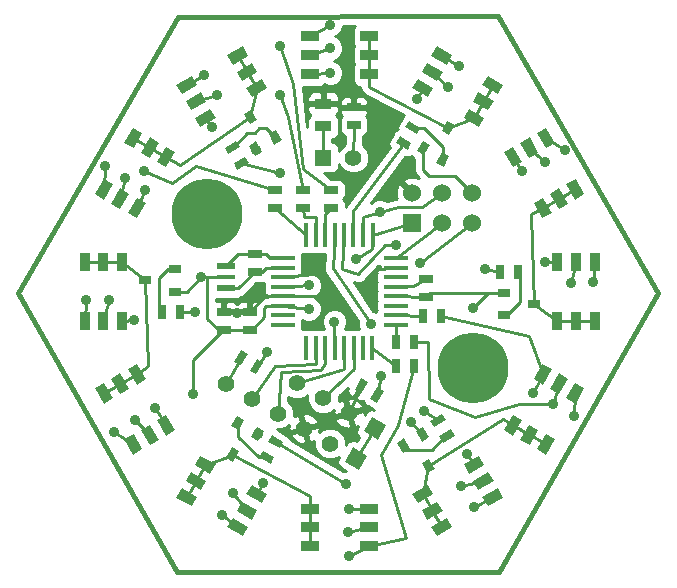
<source format=gbl>
G04 (created by PCBNEW-RS274X (2011-07-08 BZR 3044)-stable) date 5/7/2013 10:27:45 AM*
G01*
G70*
G90*
%MOIN*%
G04 Gerber Fmt 3.4, Leading zero omitted, Abs format*
%FSLAX34Y34*%
G04 APERTURE LIST*
%ADD10C,0.006000*%
%ADD11C,0.015000*%
%ADD12R,0.055000X0.055000*%
%ADD13C,0.055000*%
%ADD14R,0.060000X0.060000*%
%ADD15C,0.060000*%
%ADD16R,0.078700X0.017700*%
%ADD17R,0.017700X0.078700*%
%ADD18R,0.039400X0.027600*%
%ADD19R,0.045000X0.025000*%
%ADD20R,0.025000X0.045000*%
%ADD21R,0.035400X0.059100*%
%ADD22R,0.059100X0.035400*%
%ADD23R,0.055000X0.035000*%
%ADD24C,0.236200*%
%ADD25C,0.023600*%
%ADD26R,0.063000X0.019700*%
%ADD27R,0.063000X0.011800*%
%ADD28C,0.035000*%
%ADD29C,0.010000*%
G04 APERTURE END LIST*
G54D10*
G54D11*
X33980Y-28089D02*
X33972Y-28082D01*
X28661Y-37298D02*
X33980Y-28089D01*
X33965Y-46589D02*
X28661Y-37298D01*
X44697Y-46589D02*
X33965Y-46589D01*
X49996Y-37302D02*
X44697Y-46589D01*
X44646Y-28070D02*
X49996Y-37302D01*
X33972Y-28082D02*
X44646Y-28070D01*
G54D12*
X38831Y-32789D03*
G54D13*
X39831Y-32789D03*
G54D10*
G36*
X40297Y-42718D02*
X40022Y-43195D01*
X39545Y-42920D01*
X39820Y-42443D01*
X40297Y-42718D01*
X40297Y-42718D01*
G37*
G54D13*
X39055Y-42319D03*
X38189Y-41819D03*
X37323Y-41319D03*
X36457Y-40819D03*
X35591Y-40319D03*
G54D10*
G36*
X40927Y-41706D02*
X40652Y-42183D01*
X40175Y-41908D01*
X40450Y-41431D01*
X40927Y-41706D01*
X40927Y-41706D01*
G37*
G54D13*
X39685Y-41307D03*
X38819Y-40807D03*
X37953Y-40307D03*
G54D14*
X41791Y-34958D03*
G54D15*
X41791Y-33958D03*
X42791Y-34958D03*
X42791Y-33958D03*
X43791Y-34958D03*
X43791Y-33958D03*
G54D16*
X37474Y-36145D03*
X37474Y-36460D03*
X37474Y-36775D03*
X37474Y-37090D03*
X37474Y-37405D03*
X37474Y-37720D03*
X37474Y-38035D03*
X37474Y-38350D03*
X41240Y-38348D03*
X41240Y-36138D03*
X41240Y-36458D03*
X41240Y-36778D03*
X41240Y-37088D03*
X41240Y-37408D03*
X41240Y-37718D03*
X41240Y-38038D03*
G54D17*
X38258Y-39138D03*
X38572Y-39138D03*
X38888Y-39138D03*
X39202Y-39138D03*
X39518Y-39138D03*
X39832Y-39138D03*
X40148Y-39138D03*
X40462Y-39138D03*
X38260Y-35358D03*
X38570Y-35358D03*
X38890Y-35358D03*
X39200Y-35358D03*
X39510Y-35358D03*
X39830Y-35358D03*
X40150Y-35358D03*
X40470Y-35358D03*
G54D10*
G36*
X35585Y-42783D02*
X35782Y-42441D01*
X36021Y-42579D01*
X35824Y-42921D01*
X35585Y-42783D01*
X35585Y-42783D01*
G37*
G36*
X36410Y-42104D02*
X36607Y-41762D01*
X36846Y-41900D01*
X36649Y-42242D01*
X36410Y-42104D01*
X36410Y-42104D01*
G37*
G36*
X35760Y-41729D02*
X35957Y-41387D01*
X36196Y-41525D01*
X35999Y-41867D01*
X35760Y-41729D01*
X35760Y-41729D01*
G37*
G54D18*
X32886Y-36874D03*
X33886Y-37249D03*
X33886Y-36499D03*
G54D10*
G36*
X36415Y-31191D02*
X36612Y-31533D01*
X36373Y-31671D01*
X36176Y-31329D01*
X36415Y-31191D01*
X36415Y-31191D01*
G37*
G36*
X36590Y-32245D02*
X36787Y-32587D01*
X36548Y-32725D01*
X36351Y-32383D01*
X36590Y-32245D01*
X36590Y-32245D01*
G37*
G36*
X37240Y-31870D02*
X37437Y-32212D01*
X37198Y-32350D01*
X37001Y-32008D01*
X37240Y-31870D01*
X37240Y-31870D01*
G37*
G36*
X43204Y-31693D02*
X43007Y-32035D01*
X42768Y-31897D01*
X42965Y-31555D01*
X43204Y-31693D01*
X43204Y-31693D01*
G37*
G36*
X42379Y-32372D02*
X42182Y-32714D01*
X41943Y-32576D01*
X42140Y-32234D01*
X42379Y-32372D01*
X42379Y-32372D01*
G37*
G36*
X43029Y-32747D02*
X42832Y-33089D01*
X42593Y-32951D01*
X42790Y-32609D01*
X43029Y-32747D01*
X43029Y-32747D01*
G37*
G54D18*
X45864Y-37661D03*
X44864Y-37286D03*
X44864Y-38036D03*
G54D10*
G36*
X42296Y-43305D02*
X42099Y-42963D01*
X42338Y-42825D01*
X42535Y-43167D01*
X42296Y-43305D01*
X42296Y-43305D01*
G37*
G36*
X42121Y-42251D02*
X41924Y-41909D01*
X42163Y-41771D01*
X42360Y-42113D01*
X42121Y-42251D01*
X42121Y-42251D01*
G37*
G36*
X41471Y-42626D02*
X41274Y-42284D01*
X41513Y-42146D01*
X41710Y-42488D01*
X41471Y-42626D01*
X41471Y-42626D01*
G37*
G36*
X36820Y-39618D02*
X36595Y-40007D01*
X36378Y-39882D01*
X36603Y-39493D01*
X36820Y-39618D01*
X36820Y-39618D01*
G37*
G36*
X36300Y-39318D02*
X36075Y-39707D01*
X35858Y-39582D01*
X36083Y-39193D01*
X36300Y-39318D01*
X36300Y-39318D01*
G37*
G54D19*
X35512Y-37928D03*
X35512Y-38528D03*
X42244Y-36820D03*
X42244Y-37420D03*
G54D10*
G36*
X41672Y-31560D02*
X42061Y-31785D01*
X41936Y-32002D01*
X41547Y-31777D01*
X41672Y-31560D01*
X41672Y-31560D01*
G37*
G36*
X41372Y-32080D02*
X41761Y-32305D01*
X41636Y-32522D01*
X41247Y-32297D01*
X41372Y-32080D01*
X41372Y-32080D01*
G37*
G54D19*
X36535Y-36599D03*
X36535Y-35999D03*
G54D10*
G36*
X40835Y-40563D02*
X40610Y-40952D01*
X40393Y-40827D01*
X40618Y-40438D01*
X40835Y-40563D01*
X40835Y-40563D01*
G37*
G36*
X40315Y-40263D02*
X40090Y-40652D01*
X39873Y-40527D01*
X40098Y-40138D01*
X40315Y-40263D01*
X40315Y-40263D01*
G37*
G54D19*
X39094Y-34467D03*
X39094Y-33867D03*
X38150Y-34467D03*
X38150Y-33867D03*
X37205Y-34467D03*
X37205Y-33867D03*
G54D10*
G36*
X35538Y-32454D02*
X35927Y-32229D01*
X36052Y-32446D01*
X35663Y-32671D01*
X35538Y-32454D01*
X35538Y-32454D01*
G37*
G36*
X35838Y-32974D02*
X36227Y-32749D01*
X36352Y-32966D01*
X35963Y-33191D01*
X35838Y-32974D01*
X35838Y-32974D01*
G37*
G36*
X43202Y-42061D02*
X42813Y-42286D01*
X42688Y-42069D01*
X43077Y-41844D01*
X43202Y-42061D01*
X43202Y-42061D01*
G37*
G36*
X42902Y-41541D02*
X42513Y-41766D01*
X42388Y-41549D01*
X42777Y-41324D01*
X42902Y-41541D01*
X42902Y-41541D01*
G37*
G54D20*
X45300Y-36608D03*
X44700Y-36608D03*
X41235Y-39718D03*
X41835Y-39718D03*
X41235Y-38931D03*
X41835Y-38931D03*
X42141Y-38065D03*
X42741Y-38065D03*
G54D10*
G36*
X37069Y-42995D02*
X36680Y-42770D01*
X36805Y-42553D01*
X37194Y-42778D01*
X37069Y-42995D01*
X37069Y-42995D01*
G37*
G36*
X37369Y-42475D02*
X36980Y-42250D01*
X37105Y-42033D01*
X37494Y-42258D01*
X37369Y-42475D01*
X37369Y-42475D01*
G37*
G54D20*
X33440Y-37947D03*
X34040Y-37947D03*
G54D10*
G36*
X42426Y-45089D02*
X42937Y-44794D01*
X43114Y-45101D01*
X42603Y-45396D01*
X42426Y-45089D01*
X42426Y-45089D01*
G37*
G36*
X42111Y-44543D02*
X42622Y-44248D01*
X42799Y-44555D01*
X42288Y-44850D01*
X42111Y-44543D01*
X42111Y-44543D01*
G37*
G36*
X41796Y-43997D02*
X42307Y-43702D01*
X42484Y-44009D01*
X41973Y-44304D01*
X41796Y-43997D01*
X41796Y-43997D01*
G37*
G36*
X43500Y-43013D02*
X44011Y-42718D01*
X44188Y-43025D01*
X43677Y-43320D01*
X43500Y-43013D01*
X43500Y-43013D01*
G37*
G36*
X43815Y-43559D02*
X44326Y-43264D01*
X44503Y-43571D01*
X43992Y-43866D01*
X43815Y-43559D01*
X43815Y-43559D01*
G37*
G36*
X44130Y-44105D02*
X44641Y-43810D01*
X44818Y-44117D01*
X44307Y-44412D01*
X44130Y-44105D01*
X44130Y-44105D01*
G37*
G36*
X45942Y-42509D02*
X46237Y-41998D01*
X46544Y-42175D01*
X46249Y-42686D01*
X45942Y-42509D01*
X45942Y-42509D01*
G37*
G36*
X45396Y-42194D02*
X45691Y-41683D01*
X45998Y-41860D01*
X45703Y-42371D01*
X45396Y-42194D01*
X45396Y-42194D01*
G37*
G36*
X44850Y-41879D02*
X45145Y-41368D01*
X45452Y-41545D01*
X45157Y-42056D01*
X44850Y-41879D01*
X44850Y-41879D01*
G37*
G36*
X45834Y-40175D02*
X46129Y-39664D01*
X46436Y-39841D01*
X46141Y-40352D01*
X45834Y-40175D01*
X45834Y-40175D01*
G37*
G36*
X46380Y-40490D02*
X46675Y-39979D01*
X46982Y-40156D01*
X46687Y-40667D01*
X46380Y-40490D01*
X46380Y-40490D01*
G37*
G36*
X46926Y-40805D02*
X47221Y-40294D01*
X47528Y-40471D01*
X47233Y-40982D01*
X46926Y-40805D01*
X46926Y-40805D01*
G37*
G54D21*
X47874Y-38222D03*
X47244Y-38222D03*
X46614Y-38222D03*
X46614Y-36254D03*
X47244Y-36254D03*
X47874Y-36254D03*
G54D10*
G36*
X47221Y-34182D02*
X46926Y-33671D01*
X47233Y-33494D01*
X47528Y-34005D01*
X47221Y-34182D01*
X47221Y-34182D01*
G37*
G36*
X46675Y-34497D02*
X46380Y-33986D01*
X46687Y-33809D01*
X46982Y-34320D01*
X46675Y-34497D01*
X46675Y-34497D01*
G37*
G36*
X46129Y-34812D02*
X45834Y-34301D01*
X46141Y-34124D01*
X46436Y-34635D01*
X46129Y-34812D01*
X46129Y-34812D01*
G37*
G36*
X45145Y-33108D02*
X44850Y-32597D01*
X45157Y-32420D01*
X45452Y-32931D01*
X45145Y-33108D01*
X45145Y-33108D01*
G37*
G36*
X45691Y-32793D02*
X45396Y-32282D01*
X45703Y-32105D01*
X45998Y-32616D01*
X45691Y-32793D01*
X45691Y-32793D01*
G37*
G36*
X46237Y-32478D02*
X45942Y-31967D01*
X46249Y-31790D01*
X46544Y-32301D01*
X46237Y-32478D01*
X46237Y-32478D01*
G37*
G36*
X44641Y-30666D02*
X44130Y-30371D01*
X44307Y-30064D01*
X44818Y-30359D01*
X44641Y-30666D01*
X44641Y-30666D01*
G37*
G36*
X44326Y-31212D02*
X43815Y-30917D01*
X43992Y-30610D01*
X44503Y-30905D01*
X44326Y-31212D01*
X44326Y-31212D01*
G37*
G36*
X44011Y-31758D02*
X43500Y-31463D01*
X43677Y-31156D01*
X44188Y-31451D01*
X44011Y-31758D01*
X44011Y-31758D01*
G37*
G36*
X42307Y-30774D02*
X41796Y-30479D01*
X41973Y-30172D01*
X42484Y-30467D01*
X42307Y-30774D01*
X42307Y-30774D01*
G37*
G36*
X42622Y-30228D02*
X42111Y-29933D01*
X42288Y-29626D01*
X42799Y-29921D01*
X42622Y-30228D01*
X42622Y-30228D01*
G37*
G36*
X42937Y-29682D02*
X42426Y-29387D01*
X42603Y-29080D01*
X43114Y-29375D01*
X42937Y-29682D01*
X42937Y-29682D01*
G37*
G54D22*
X40354Y-28734D03*
X40354Y-29364D03*
X40354Y-29994D03*
X38386Y-29994D03*
X38386Y-29364D03*
X38386Y-28734D03*
G54D10*
G36*
X36314Y-29387D02*
X35803Y-29682D01*
X35626Y-29375D01*
X36137Y-29080D01*
X36314Y-29387D01*
X36314Y-29387D01*
G37*
G36*
X36629Y-29933D02*
X36118Y-30228D01*
X35941Y-29921D01*
X36452Y-29626D01*
X36629Y-29933D01*
X36629Y-29933D01*
G37*
G36*
X36944Y-30479D02*
X36433Y-30774D01*
X36256Y-30467D01*
X36767Y-30172D01*
X36944Y-30479D01*
X36944Y-30479D01*
G37*
G36*
X35240Y-31463D02*
X34729Y-31758D01*
X34552Y-31451D01*
X35063Y-31156D01*
X35240Y-31463D01*
X35240Y-31463D01*
G37*
G36*
X34925Y-30917D02*
X34414Y-31212D01*
X34237Y-30905D01*
X34748Y-30610D01*
X34925Y-30917D01*
X34925Y-30917D01*
G37*
G36*
X34610Y-30371D02*
X34099Y-30666D01*
X33922Y-30359D01*
X34433Y-30064D01*
X34610Y-30371D01*
X34610Y-30371D01*
G37*
G36*
X32798Y-31967D02*
X32503Y-32478D01*
X32196Y-32301D01*
X32491Y-31790D01*
X32798Y-31967D01*
X32798Y-31967D01*
G37*
G36*
X33344Y-32282D02*
X33049Y-32793D01*
X32742Y-32616D01*
X33037Y-32105D01*
X33344Y-32282D01*
X33344Y-32282D01*
G37*
G36*
X33890Y-32597D02*
X33595Y-33108D01*
X33288Y-32931D01*
X33583Y-32420D01*
X33890Y-32597D01*
X33890Y-32597D01*
G37*
G36*
X32906Y-34301D02*
X32611Y-34812D01*
X32304Y-34635D01*
X32599Y-34124D01*
X32906Y-34301D01*
X32906Y-34301D01*
G37*
G36*
X32360Y-33986D02*
X32065Y-34497D01*
X31758Y-34320D01*
X32053Y-33809D01*
X32360Y-33986D01*
X32360Y-33986D01*
G37*
G36*
X31814Y-33671D02*
X31519Y-34182D01*
X31212Y-34005D01*
X31507Y-33494D01*
X31814Y-33671D01*
X31814Y-33671D01*
G37*
G54D21*
X30866Y-36254D03*
X31496Y-36254D03*
X32126Y-36254D03*
X32126Y-38222D03*
X31496Y-38222D03*
X30866Y-38222D03*
G54D10*
G36*
X31519Y-40294D02*
X31814Y-40805D01*
X31507Y-40982D01*
X31212Y-40471D01*
X31519Y-40294D01*
X31519Y-40294D01*
G37*
G36*
X32065Y-39979D02*
X32360Y-40490D01*
X32053Y-40667D01*
X31758Y-40156D01*
X32065Y-39979D01*
X32065Y-39979D01*
G37*
G36*
X32611Y-39664D02*
X32906Y-40175D01*
X32599Y-40352D01*
X32304Y-39841D01*
X32611Y-39664D01*
X32611Y-39664D01*
G37*
G36*
X33595Y-41368D02*
X33890Y-41879D01*
X33583Y-42056D01*
X33288Y-41545D01*
X33595Y-41368D01*
X33595Y-41368D01*
G37*
G36*
X33049Y-41683D02*
X33344Y-42194D01*
X33037Y-42371D01*
X32742Y-41860D01*
X33049Y-41683D01*
X33049Y-41683D01*
G37*
G36*
X32503Y-41998D02*
X32798Y-42509D01*
X32491Y-42686D01*
X32196Y-42175D01*
X32503Y-41998D01*
X32503Y-41998D01*
G37*
G36*
X34099Y-43810D02*
X34610Y-44105D01*
X34433Y-44412D01*
X33922Y-44117D01*
X34099Y-43810D01*
X34099Y-43810D01*
G37*
G36*
X34414Y-43264D02*
X34925Y-43559D01*
X34748Y-43866D01*
X34237Y-43571D01*
X34414Y-43264D01*
X34414Y-43264D01*
G37*
G36*
X34729Y-42718D02*
X35240Y-43013D01*
X35063Y-43320D01*
X34552Y-43025D01*
X34729Y-42718D01*
X34729Y-42718D01*
G37*
G36*
X36433Y-43702D02*
X36944Y-43997D01*
X36767Y-44304D01*
X36256Y-44009D01*
X36433Y-43702D01*
X36433Y-43702D01*
G37*
G36*
X36118Y-44248D02*
X36629Y-44543D01*
X36452Y-44850D01*
X35941Y-44555D01*
X36118Y-44248D01*
X36118Y-44248D01*
G37*
G36*
X35803Y-44794D02*
X36314Y-45089D01*
X36137Y-45396D01*
X35626Y-45101D01*
X35803Y-44794D01*
X35803Y-44794D01*
G37*
G54D22*
X38386Y-45742D03*
X38386Y-45112D03*
X38386Y-44482D03*
X40354Y-44482D03*
X40354Y-45112D03*
X40354Y-45742D03*
G54D23*
X38819Y-30997D03*
X38819Y-31747D03*
G54D19*
X36378Y-37928D03*
X36378Y-38528D03*
G54D24*
X43803Y-39797D03*
G54D25*
X43803Y-38911D03*
X43803Y-40683D03*
X44571Y-39354D03*
X44571Y-40240D03*
X43035Y-39354D03*
X43035Y-40240D03*
G54D24*
X34937Y-34679D03*
G54D25*
X34937Y-33793D03*
X34937Y-35565D03*
X35705Y-34236D03*
X35705Y-35122D03*
X34169Y-34236D03*
X34169Y-35122D03*
G54D19*
X39843Y-31711D03*
X39843Y-31111D03*
G54D26*
X35591Y-37146D03*
X35591Y-36398D03*
G54D27*
X35591Y-36772D03*
G54D28*
X37374Y-29073D03*
X43846Y-44423D03*
X34850Y-30037D03*
X47823Y-36943D03*
X35441Y-44699D03*
X43343Y-29742D03*
X30913Y-37533D03*
X46882Y-32525D03*
X39043Y-28360D03*
X31543Y-33077D03*
X31839Y-41919D03*
X47193Y-41403D03*
X39669Y-46049D03*
X37394Y-33293D03*
X40713Y-34592D03*
X39906Y-36175D03*
X34551Y-37919D03*
X39587Y-43655D03*
X42177Y-41226D03*
X40409Y-38317D03*
X41252Y-35695D03*
X44205Y-36514D03*
X35126Y-31777D03*
X36827Y-43639D03*
X46205Y-36269D03*
X43630Y-42659D03*
X37386Y-30683D03*
X32531Y-38210D03*
X41949Y-30828D03*
X39059Y-29962D03*
X45449Y-33218D03*
X45823Y-40620D03*
X33220Y-41147D03*
X32898Y-33860D03*
X39669Y-44510D03*
X47067Y-36974D03*
X43406Y-43730D03*
X32850Y-33226D03*
X35819Y-43966D03*
X35268Y-30706D03*
X42992Y-30431D03*
X31681Y-37517D03*
X39650Y-45254D03*
X39059Y-29136D03*
X46220Y-32927D03*
X32543Y-41525D03*
X32220Y-33458D03*
X46488Y-41010D03*
X40732Y-40065D03*
X42043Y-36289D03*
X39193Y-38250D03*
X36961Y-39250D03*
X36575Y-32520D03*
X36654Y-42008D03*
X34488Y-40669D03*
X34764Y-36772D03*
X41732Y-41614D03*
X43819Y-37795D03*
X38346Y-37041D03*
X38346Y-37828D03*
X35945Y-37953D03*
X40469Y-31116D03*
X38937Y-37395D03*
X40441Y-36931D03*
G54D29*
X42141Y-38065D02*
X41240Y-38038D01*
X41240Y-38348D02*
X41235Y-38931D01*
X41235Y-39718D02*
X40462Y-39138D01*
X43343Y-29742D02*
X42770Y-29381D01*
X39094Y-33867D02*
X38157Y-33167D01*
X47874Y-36254D02*
X47823Y-36943D01*
X30913Y-37533D02*
X30866Y-38222D01*
X35441Y-44699D02*
X35970Y-45095D01*
X38157Y-33167D02*
X37827Y-30332D01*
X43846Y-44423D02*
X44474Y-44111D01*
X37827Y-30332D02*
X37374Y-29073D01*
X34850Y-30037D02*
X34266Y-30365D01*
X31543Y-33077D02*
X31513Y-33838D01*
X41587Y-45451D02*
X40354Y-45742D01*
X40760Y-42695D02*
X41587Y-45451D01*
X41327Y-41706D02*
X40760Y-42695D01*
X39043Y-28360D02*
X38386Y-28734D01*
X46243Y-32134D02*
X46882Y-32525D01*
X41835Y-39718D02*
X41327Y-41706D01*
X31839Y-41919D02*
X32497Y-42342D01*
X39669Y-46049D02*
X40354Y-45742D01*
X47193Y-41403D02*
X47227Y-40638D01*
X41504Y-32301D02*
X39831Y-34577D01*
X39831Y-34577D02*
X39830Y-35358D01*
X40713Y-34592D02*
X40716Y-34604D01*
X36095Y-32970D02*
X37394Y-33293D01*
X42791Y-33958D02*
X42126Y-34443D01*
X42126Y-34443D02*
X41299Y-34443D01*
X40157Y-34758D02*
X40150Y-35358D01*
X40716Y-34604D02*
X40157Y-34758D01*
X41299Y-34443D02*
X40716Y-34604D01*
X41791Y-34958D02*
X40470Y-35358D01*
X40470Y-35358D02*
X40465Y-35825D01*
X40465Y-35825D02*
X39906Y-36175D01*
X34551Y-37919D02*
X34040Y-37947D01*
X42791Y-34958D02*
X41240Y-36138D01*
X37237Y-42254D02*
X39587Y-43655D01*
X37205Y-34467D02*
X38260Y-35358D01*
X38189Y-34758D02*
X38583Y-34758D01*
X38150Y-34467D02*
X38189Y-34758D01*
X38583Y-34758D02*
X38570Y-35358D01*
X39094Y-34467D02*
X38898Y-34679D01*
X38898Y-34679D02*
X38890Y-35358D01*
X39146Y-36466D02*
X40409Y-38317D01*
X42177Y-41226D02*
X42645Y-41545D01*
X39200Y-35358D02*
X39146Y-36466D01*
X39465Y-36506D02*
X39988Y-36679D01*
X40898Y-35687D02*
X41252Y-35695D01*
X44205Y-36514D02*
X44700Y-36608D01*
X39988Y-36679D02*
X40898Y-35687D01*
X39510Y-35358D02*
X39465Y-36506D01*
X35591Y-40319D02*
X36079Y-39450D01*
X38150Y-33867D02*
X37638Y-31439D01*
X41949Y-30828D02*
X42140Y-30473D01*
X32531Y-38210D02*
X32126Y-38222D01*
X43844Y-43019D02*
X43630Y-42659D01*
X46205Y-36269D02*
X46614Y-36254D01*
X36827Y-43639D02*
X36600Y-44003D01*
X37638Y-31439D02*
X37386Y-30683D01*
X35126Y-31777D02*
X34896Y-31457D01*
X40354Y-44482D02*
X39669Y-44510D01*
X32898Y-33860D02*
X32605Y-34468D01*
X39059Y-29962D02*
X38386Y-29994D01*
X45449Y-33218D02*
X45151Y-32764D01*
X42741Y-38065D02*
X45669Y-38746D01*
X45669Y-38746D02*
X46135Y-40008D01*
X33220Y-41147D02*
X33589Y-41712D01*
X45823Y-40620D02*
X46135Y-40008D01*
X31681Y-37517D02*
X31496Y-38222D01*
X47244Y-36254D02*
X47067Y-36974D01*
X43406Y-43730D02*
X44159Y-43565D01*
X34567Y-33080D02*
X33795Y-33643D01*
X36285Y-44549D02*
X35819Y-43966D01*
X37205Y-33867D02*
X34567Y-33080D01*
X33795Y-33643D02*
X32850Y-33226D01*
X35268Y-30706D02*
X34581Y-30911D01*
X42992Y-30431D02*
X42455Y-29927D01*
X39650Y-45254D02*
X40354Y-45112D01*
X42323Y-38927D02*
X42343Y-40832D01*
X45339Y-40998D02*
X46488Y-41010D01*
X42343Y-40832D02*
X43870Y-41435D01*
X43870Y-41435D02*
X45339Y-40998D01*
X45697Y-32449D02*
X46220Y-32927D01*
X46488Y-41010D02*
X46681Y-40323D01*
X32543Y-41525D02*
X33043Y-42027D01*
X41835Y-38931D02*
X42323Y-38927D01*
X32220Y-33458D02*
X32059Y-34153D01*
X39059Y-29136D02*
X38386Y-29364D01*
X39202Y-39138D02*
X39193Y-38250D01*
X36961Y-39250D02*
X36599Y-39750D01*
X42043Y-36289D02*
X43791Y-34958D01*
X40732Y-40065D02*
X40614Y-40695D01*
X37402Y-39915D02*
X38740Y-39876D01*
X38740Y-39876D02*
X38898Y-39639D01*
X38898Y-39639D02*
X38888Y-39138D01*
X37323Y-41319D02*
X37402Y-39915D01*
X37953Y-40307D02*
X39528Y-39836D01*
X39528Y-39836D02*
X39518Y-39138D01*
X38819Y-40807D02*
X39843Y-39836D01*
X39843Y-39836D02*
X39832Y-39138D01*
X38583Y-39679D02*
X37205Y-39718D01*
X38572Y-39138D02*
X38583Y-39679D01*
X37205Y-39718D02*
X36457Y-40819D01*
X36569Y-32514D02*
X36569Y-32485D01*
X36575Y-32520D02*
X36569Y-32514D01*
X35512Y-38528D02*
X35488Y-38528D01*
X36648Y-42002D02*
X36628Y-42002D01*
X36654Y-42008D02*
X36648Y-42002D01*
X34488Y-39528D02*
X34488Y-40669D01*
X35488Y-38528D02*
X34488Y-39528D01*
X36378Y-38528D02*
X36433Y-38528D01*
X36926Y-37720D02*
X37474Y-37720D01*
X36850Y-37796D02*
X36926Y-37720D01*
X36850Y-38111D02*
X36850Y-37796D01*
X36433Y-38528D02*
X36850Y-38111D01*
X36378Y-38528D02*
X35512Y-38528D01*
X35512Y-38528D02*
X35339Y-38528D01*
X34961Y-38150D02*
X34961Y-36772D01*
X35339Y-38528D02*
X34961Y-38150D01*
X33886Y-37249D02*
X34287Y-37249D01*
X34287Y-37249D02*
X34764Y-36772D01*
X34764Y-36772D02*
X34961Y-36772D01*
X34961Y-36772D02*
X35591Y-36772D01*
X42142Y-42011D02*
X42129Y-42011D01*
X42129Y-42011D02*
X41732Y-41614D01*
X44864Y-37286D02*
X44328Y-37286D01*
X44328Y-37286D02*
X43819Y-37795D01*
X44864Y-37286D02*
X42378Y-37286D01*
X42378Y-37286D02*
X42244Y-37420D01*
X42161Y-32474D02*
X42161Y-33194D01*
X42161Y-33194D02*
X42353Y-33386D01*
X42353Y-33386D02*
X43219Y-33386D01*
X43219Y-33386D02*
X43791Y-33958D01*
X40551Y-41807D02*
X39921Y-42819D01*
X38346Y-37041D02*
X37474Y-37090D01*
X37474Y-37720D02*
X38346Y-37828D01*
X42244Y-37420D02*
X41240Y-37408D01*
X39843Y-31711D02*
X39831Y-32789D01*
X33886Y-36499D02*
X33658Y-36499D01*
X33346Y-37853D02*
X33440Y-37947D01*
X33346Y-36811D02*
X33346Y-37853D01*
X33658Y-36499D02*
X33346Y-36811D01*
X32992Y-39718D02*
X32605Y-40008D01*
X31496Y-36254D02*
X32126Y-36254D01*
X32059Y-40323D02*
X31513Y-40638D01*
X32886Y-36874D02*
X32992Y-39718D01*
X30866Y-36254D02*
X32126Y-36254D01*
X31513Y-40638D02*
X32605Y-40008D01*
X32126Y-36254D02*
X32886Y-36874D01*
X43844Y-31457D02*
X44474Y-30365D01*
X44159Y-30911D02*
X43844Y-31457D01*
X40354Y-29994D02*
X40354Y-28734D01*
X40354Y-30427D02*
X40354Y-29994D01*
X40354Y-29364D02*
X40354Y-28734D01*
X42986Y-31795D02*
X43844Y-31457D01*
X42986Y-31795D02*
X40354Y-30427D01*
X35803Y-42681D02*
X38386Y-44049D01*
X34266Y-44111D02*
X34896Y-43019D01*
X34581Y-43565D02*
X34266Y-44111D01*
X38386Y-44049D02*
X38386Y-44482D01*
X34896Y-43019D02*
X35803Y-42681D01*
X38386Y-45742D02*
X38386Y-44482D01*
X38386Y-45112D02*
X38386Y-45742D01*
X36937Y-42774D02*
X36671Y-42774D01*
X35978Y-42081D02*
X35978Y-41627D01*
X36671Y-42774D02*
X35978Y-42081D01*
X38831Y-32789D02*
X38819Y-31747D01*
X41811Y-37080D02*
X42244Y-36820D01*
X41240Y-37088D02*
X41811Y-37080D01*
X41626Y-42520D02*
X41492Y-42386D01*
X42441Y-42520D02*
X41626Y-42520D01*
X42896Y-42065D02*
X42441Y-42520D01*
X42945Y-42065D02*
X42896Y-42065D01*
X42455Y-44549D02*
X42770Y-45095D01*
X42140Y-44003D02*
X42317Y-43065D01*
X42317Y-43065D02*
X44803Y-41490D01*
X46243Y-42342D02*
X45151Y-41712D01*
X45151Y-41712D02*
X45697Y-42027D01*
X42770Y-45095D02*
X42140Y-44003D01*
X44803Y-41490D02*
X45151Y-41712D01*
X35795Y-32450D02*
X35817Y-32450D01*
X36920Y-31811D02*
X37219Y-32110D01*
X36693Y-31811D02*
X36920Y-31811D01*
X36535Y-31969D02*
X36693Y-31811D01*
X36298Y-31969D02*
X36535Y-31969D01*
X35817Y-32450D02*
X36298Y-31969D01*
X42175Y-31781D02*
X42811Y-32417D01*
X41804Y-31781D02*
X42175Y-31781D01*
X42811Y-32417D02*
X42811Y-32849D01*
X45394Y-36702D02*
X45300Y-36608D01*
X45394Y-37598D02*
X45394Y-36702D01*
X44956Y-38036D02*
X45394Y-37598D01*
X44864Y-38036D02*
X44956Y-38036D01*
X47244Y-38222D02*
X47874Y-38222D01*
X46614Y-38222D02*
X45864Y-37661D01*
X45864Y-37661D02*
X45748Y-34679D01*
X45748Y-34679D02*
X46135Y-34468D01*
X46681Y-34153D02*
X47227Y-33838D01*
X46614Y-38222D02*
X47874Y-38222D01*
X46135Y-34468D02*
X47227Y-33838D01*
X34055Y-33025D02*
X33589Y-32764D01*
X33043Y-32449D02*
X33589Y-32764D01*
X32497Y-32134D02*
X33589Y-32764D01*
X36600Y-30473D02*
X36394Y-31431D01*
X35970Y-29381D02*
X36600Y-30473D01*
X36285Y-29927D02*
X36600Y-30473D01*
X36394Y-31431D02*
X34055Y-33025D01*
X37051Y-36145D02*
X36905Y-35999D01*
X36535Y-35999D02*
X35990Y-35999D01*
X36905Y-35999D02*
X36535Y-35999D01*
X35990Y-35999D02*
X35591Y-36398D01*
X37474Y-36145D02*
X37051Y-36145D01*
X36926Y-36460D02*
X37474Y-36460D01*
X35988Y-37146D02*
X36535Y-36599D01*
X36787Y-36599D02*
X36926Y-36460D01*
X35591Y-37146D02*
X35988Y-37146D01*
X36535Y-36599D02*
X36787Y-36599D01*
X35945Y-37953D02*
X35537Y-37953D01*
X35537Y-37953D02*
X35512Y-37928D01*
X35970Y-37928D02*
X36378Y-37928D01*
X35945Y-37953D02*
X35970Y-37928D01*
X36378Y-37928D02*
X36890Y-37395D01*
X36890Y-37395D02*
X37474Y-37405D01*
X38819Y-36647D02*
X38937Y-37395D01*
X38933Y-37395D02*
X37474Y-37405D01*
X37474Y-36775D02*
X38819Y-36647D01*
X40469Y-31116D02*
X39843Y-31111D01*
X39685Y-41307D02*
X38189Y-41819D01*
X40559Y-36506D02*
X41240Y-36458D01*
X40441Y-36931D02*
X40559Y-36506D01*
X40094Y-40395D02*
X39685Y-41307D01*
X38819Y-30997D02*
X39843Y-31111D01*
X38933Y-37395D02*
X38937Y-37395D01*
G54D10*
G36*
X36978Y-37405D02*
X36942Y-37420D01*
X36926Y-37420D01*
X36811Y-37443D01*
X36714Y-37508D01*
X36663Y-37558D01*
X36653Y-37554D01*
X36554Y-37554D01*
X36490Y-37553D01*
X36428Y-37615D01*
X36428Y-37828D01*
X36428Y-37878D01*
X36428Y-37978D01*
X36328Y-37978D01*
X36328Y-37878D01*
X36328Y-37615D01*
X36266Y-37553D01*
X36202Y-37554D01*
X36103Y-37554D01*
X36012Y-37592D01*
X35945Y-37659D01*
X35878Y-37592D01*
X35787Y-37554D01*
X35688Y-37554D01*
X35624Y-37553D01*
X35562Y-37615D01*
X35562Y-37878D01*
X35925Y-37878D01*
X35945Y-37858D01*
X35965Y-37878D01*
X36328Y-37878D01*
X36328Y-37978D01*
X36278Y-37978D01*
X35965Y-37978D01*
X35945Y-37998D01*
X35925Y-37978D01*
X35612Y-37978D01*
X35562Y-37978D01*
X35462Y-37978D01*
X35462Y-37878D01*
X35462Y-37828D01*
X35462Y-37615D01*
X35400Y-37553D01*
X35336Y-37554D01*
X35261Y-37554D01*
X35261Y-37493D01*
X35325Y-37493D01*
X35955Y-37493D01*
X36047Y-37455D01*
X36073Y-37429D01*
X36103Y-37423D01*
X36200Y-37358D01*
X36585Y-36973D01*
X36809Y-36973D01*
X36832Y-36963D01*
X36832Y-37051D01*
X36832Y-37227D01*
X36840Y-37247D01*
X36832Y-37267D01*
X36832Y-37300D01*
X36893Y-37361D01*
X36912Y-37361D01*
X36940Y-37389D01*
X36978Y-37405D01*
X36978Y-37405D01*
G37*
G54D29*
X36978Y-37405D02*
X36942Y-37420D01*
X36926Y-37420D01*
X36811Y-37443D01*
X36714Y-37508D01*
X36663Y-37558D01*
X36653Y-37554D01*
X36554Y-37554D01*
X36490Y-37553D01*
X36428Y-37615D01*
X36428Y-37828D01*
X36428Y-37878D01*
X36428Y-37978D01*
X36328Y-37978D01*
X36328Y-37878D01*
X36328Y-37615D01*
X36266Y-37553D01*
X36202Y-37554D01*
X36103Y-37554D01*
X36012Y-37592D01*
X35945Y-37659D01*
X35878Y-37592D01*
X35787Y-37554D01*
X35688Y-37554D01*
X35624Y-37553D01*
X35562Y-37615D01*
X35562Y-37878D01*
X35925Y-37878D01*
X35945Y-37858D01*
X35965Y-37878D01*
X36328Y-37878D01*
X36328Y-37978D01*
X36278Y-37978D01*
X35965Y-37978D01*
X35945Y-37998D01*
X35925Y-37978D01*
X35612Y-37978D01*
X35562Y-37978D01*
X35462Y-37978D01*
X35462Y-37878D01*
X35462Y-37828D01*
X35462Y-37615D01*
X35400Y-37553D01*
X35336Y-37554D01*
X35261Y-37554D01*
X35261Y-37493D01*
X35325Y-37493D01*
X35955Y-37493D01*
X36047Y-37455D01*
X36073Y-37429D01*
X36103Y-37423D01*
X36200Y-37358D01*
X36585Y-36973D01*
X36809Y-36973D01*
X36832Y-36963D01*
X36832Y-37051D01*
X36832Y-37227D01*
X36840Y-37247D01*
X36832Y-37267D01*
X36832Y-37300D01*
X36893Y-37361D01*
X36912Y-37361D01*
X36940Y-37389D01*
X36978Y-37405D01*
G54D10*
G36*
X40022Y-38496D02*
X40011Y-38496D01*
X39990Y-38504D01*
X39970Y-38496D01*
X39871Y-38496D01*
X39695Y-38496D01*
X39675Y-38504D01*
X39656Y-38496D01*
X39557Y-38496D01*
X39548Y-38496D01*
X39553Y-38491D01*
X39618Y-38335D01*
X39618Y-38166D01*
X39554Y-38010D01*
X39434Y-37890D01*
X39278Y-37825D01*
X39109Y-37825D01*
X38953Y-37889D01*
X38833Y-38009D01*
X38768Y-38165D01*
X38768Y-38334D01*
X38832Y-38490D01*
X38838Y-38496D01*
X38751Y-38496D01*
X38730Y-38504D01*
X38710Y-38496D01*
X38611Y-38496D01*
X38435Y-38496D01*
X38415Y-38504D01*
X38396Y-38496D01*
X38297Y-38496D01*
X38121Y-38496D01*
X38110Y-38500D01*
X38116Y-38488D01*
X38116Y-38389D01*
X38116Y-38213D01*
X38107Y-38192D01*
X38109Y-38189D01*
X38261Y-38253D01*
X38430Y-38253D01*
X38586Y-38189D01*
X38706Y-38069D01*
X38771Y-37913D01*
X38771Y-37744D01*
X38707Y-37588D01*
X38587Y-37468D01*
X38506Y-37434D01*
X38586Y-37402D01*
X38706Y-37282D01*
X38771Y-37126D01*
X38771Y-36957D01*
X38707Y-36801D01*
X38587Y-36681D01*
X38431Y-36616D01*
X38262Y-36616D01*
X38116Y-36675D01*
X38111Y-36675D01*
X38116Y-36670D01*
X38116Y-36637D01*
X38107Y-36617D01*
X38116Y-36598D01*
X38116Y-36499D01*
X38116Y-36323D01*
X38107Y-36302D01*
X38116Y-36283D01*
X38116Y-36184D01*
X38116Y-36008D01*
X38110Y-35995D01*
X38122Y-36000D01*
X38221Y-36000D01*
X38397Y-36000D01*
X38414Y-35992D01*
X38432Y-36000D01*
X38531Y-36000D01*
X38707Y-36000D01*
X38729Y-35990D01*
X38752Y-36000D01*
X38851Y-36000D01*
X38868Y-36000D01*
X38846Y-36451D01*
X38851Y-36487D01*
X38852Y-36527D01*
X38861Y-36548D01*
X38864Y-36567D01*
X38881Y-36595D01*
X38898Y-36635D01*
X39985Y-38229D01*
X39984Y-38232D01*
X39984Y-38401D01*
X40022Y-38496D01*
X40022Y-38496D01*
G37*
G54D29*
X40022Y-38496D02*
X40011Y-38496D01*
X39990Y-38504D01*
X39970Y-38496D01*
X39871Y-38496D01*
X39695Y-38496D01*
X39675Y-38504D01*
X39656Y-38496D01*
X39557Y-38496D01*
X39548Y-38496D01*
X39553Y-38491D01*
X39618Y-38335D01*
X39618Y-38166D01*
X39554Y-38010D01*
X39434Y-37890D01*
X39278Y-37825D01*
X39109Y-37825D01*
X38953Y-37889D01*
X38833Y-38009D01*
X38768Y-38165D01*
X38768Y-38334D01*
X38832Y-38490D01*
X38838Y-38496D01*
X38751Y-38496D01*
X38730Y-38504D01*
X38710Y-38496D01*
X38611Y-38496D01*
X38435Y-38496D01*
X38415Y-38504D01*
X38396Y-38496D01*
X38297Y-38496D01*
X38121Y-38496D01*
X38110Y-38500D01*
X38116Y-38488D01*
X38116Y-38389D01*
X38116Y-38213D01*
X38107Y-38192D01*
X38109Y-38189D01*
X38261Y-38253D01*
X38430Y-38253D01*
X38586Y-38189D01*
X38706Y-38069D01*
X38771Y-37913D01*
X38771Y-37744D01*
X38707Y-37588D01*
X38587Y-37468D01*
X38506Y-37434D01*
X38586Y-37402D01*
X38706Y-37282D01*
X38771Y-37126D01*
X38771Y-36957D01*
X38707Y-36801D01*
X38587Y-36681D01*
X38431Y-36616D01*
X38262Y-36616D01*
X38116Y-36675D01*
X38111Y-36675D01*
X38116Y-36670D01*
X38116Y-36637D01*
X38107Y-36617D01*
X38116Y-36598D01*
X38116Y-36499D01*
X38116Y-36323D01*
X38107Y-36302D01*
X38116Y-36283D01*
X38116Y-36184D01*
X38116Y-36008D01*
X38110Y-35995D01*
X38122Y-36000D01*
X38221Y-36000D01*
X38397Y-36000D01*
X38414Y-35992D01*
X38432Y-36000D01*
X38531Y-36000D01*
X38707Y-36000D01*
X38729Y-35990D01*
X38752Y-36000D01*
X38851Y-36000D01*
X38868Y-36000D01*
X38846Y-36451D01*
X38851Y-36487D01*
X38852Y-36527D01*
X38861Y-36548D01*
X38864Y-36567D01*
X38881Y-36595D01*
X38898Y-36635D01*
X39985Y-38229D01*
X39984Y-38232D01*
X39984Y-38401D01*
X40022Y-38496D01*
G54D10*
G36*
X40524Y-41190D02*
X40434Y-41178D01*
X40338Y-41204D01*
X40260Y-41264D01*
X40210Y-41349D01*
X40201Y-41363D01*
X40210Y-41302D01*
X40142Y-41236D01*
X39836Y-41317D01*
X39791Y-41272D01*
X39659Y-41403D01*
X39650Y-41368D01*
X39254Y-41474D01*
X39228Y-41565D01*
X39362Y-41720D01*
X39544Y-41812D01*
X39690Y-41832D01*
X39756Y-41764D01*
X39666Y-41429D01*
X39807Y-41570D01*
X39852Y-41738D01*
X39943Y-41764D01*
X39973Y-41736D01*
X39981Y-41744D01*
X39935Y-41826D01*
X39922Y-41924D01*
X39948Y-42020D01*
X40008Y-42098D01*
X40013Y-42101D01*
X39937Y-42223D01*
X39902Y-42203D01*
X39804Y-42190D01*
X39756Y-42203D01*
X39708Y-42216D01*
X39630Y-42276D01*
X39580Y-42361D01*
X39580Y-42215D01*
X39500Y-42022D01*
X39353Y-41874D01*
X39160Y-41794D01*
X38951Y-41794D01*
X38758Y-41874D01*
X38697Y-41934D01*
X38714Y-41814D01*
X38646Y-41748D01*
X38340Y-41829D01*
X38295Y-41784D01*
X38163Y-41915D01*
X38154Y-41880D01*
X37758Y-41986D01*
X37732Y-42077D01*
X37866Y-42232D01*
X38048Y-42324D01*
X38194Y-42344D01*
X38260Y-42276D01*
X38170Y-41941D01*
X38311Y-42082D01*
X38356Y-42250D01*
X38447Y-42276D01*
X38477Y-42248D01*
X38496Y-42267D01*
X38530Y-42233D01*
X38530Y-42423D01*
X38610Y-42616D01*
X38757Y-42764D01*
X38950Y-42844D01*
X39159Y-42844D01*
X39346Y-42766D01*
X39305Y-42838D01*
X39292Y-42936D01*
X39318Y-43032D01*
X39378Y-43110D01*
X39463Y-43160D01*
X39584Y-43230D01*
X39503Y-43230D01*
X39477Y-43240D01*
X38260Y-42513D01*
X37737Y-42202D01*
X37722Y-42146D01*
X37662Y-42068D01*
X37576Y-42018D01*
X37275Y-41844D01*
X37427Y-41844D01*
X37620Y-41764D01*
X37680Y-41703D01*
X37664Y-41824D01*
X37732Y-41890D01*
X38037Y-41808D01*
X38083Y-41854D01*
X38214Y-41722D01*
X38224Y-41758D01*
X38620Y-41652D01*
X38646Y-41561D01*
X38512Y-41406D01*
X38330Y-41314D01*
X38184Y-41294D01*
X38118Y-41362D01*
X38207Y-41696D01*
X38066Y-41555D01*
X38022Y-41388D01*
X37931Y-41362D01*
X37899Y-41388D01*
X37882Y-41371D01*
X37848Y-41405D01*
X37848Y-41215D01*
X37768Y-41022D01*
X37647Y-40900D01*
X37655Y-40752D01*
X37848Y-40832D01*
X38057Y-40832D01*
X38250Y-40752D01*
X38294Y-40708D01*
X38294Y-40911D01*
X38374Y-41104D01*
X38521Y-41252D01*
X38714Y-41332D01*
X38923Y-41332D01*
X39116Y-41252D01*
X39176Y-41191D01*
X39160Y-41312D01*
X39228Y-41378D01*
X39533Y-41296D01*
X39579Y-41342D01*
X39710Y-41210D01*
X39720Y-41246D01*
X40116Y-41140D01*
X40142Y-41049D01*
X40008Y-40894D01*
X39826Y-40802D01*
X39680Y-40782D01*
X39614Y-40850D01*
X39703Y-41184D01*
X39562Y-41043D01*
X39518Y-40876D01*
X39427Y-40850D01*
X39395Y-40876D01*
X39378Y-40859D01*
X39344Y-40893D01*
X39344Y-40722D01*
X39632Y-40448D01*
X39620Y-40544D01*
X39646Y-40640D01*
X39706Y-40718D01*
X39760Y-40750D01*
X39844Y-40728D01*
X40000Y-40456D01*
X40001Y-40457D01*
X40026Y-40413D01*
X40075Y-40327D01*
X40076Y-40327D01*
X40161Y-40376D01*
X40112Y-40463D01*
X39931Y-40778D01*
X39953Y-40862D01*
X40008Y-40892D01*
X40106Y-40906D01*
X40153Y-40893D01*
X40166Y-40940D01*
X40225Y-41018D01*
X40311Y-41067D01*
X40524Y-41190D01*
X40524Y-41190D01*
G37*
G54D29*
X40524Y-41190D02*
X40434Y-41178D01*
X40338Y-41204D01*
X40260Y-41264D01*
X40210Y-41349D01*
X40201Y-41363D01*
X40210Y-41302D01*
X40142Y-41236D01*
X39836Y-41317D01*
X39791Y-41272D01*
X39659Y-41403D01*
X39650Y-41368D01*
X39254Y-41474D01*
X39228Y-41565D01*
X39362Y-41720D01*
X39544Y-41812D01*
X39690Y-41832D01*
X39756Y-41764D01*
X39666Y-41429D01*
X39807Y-41570D01*
X39852Y-41738D01*
X39943Y-41764D01*
X39973Y-41736D01*
X39981Y-41744D01*
X39935Y-41826D01*
X39922Y-41924D01*
X39948Y-42020D01*
X40008Y-42098D01*
X40013Y-42101D01*
X39937Y-42223D01*
X39902Y-42203D01*
X39804Y-42190D01*
X39756Y-42203D01*
X39708Y-42216D01*
X39630Y-42276D01*
X39580Y-42361D01*
X39580Y-42215D01*
X39500Y-42022D01*
X39353Y-41874D01*
X39160Y-41794D01*
X38951Y-41794D01*
X38758Y-41874D01*
X38697Y-41934D01*
X38714Y-41814D01*
X38646Y-41748D01*
X38340Y-41829D01*
X38295Y-41784D01*
X38163Y-41915D01*
X38154Y-41880D01*
X37758Y-41986D01*
X37732Y-42077D01*
X37866Y-42232D01*
X38048Y-42324D01*
X38194Y-42344D01*
X38260Y-42276D01*
X38170Y-41941D01*
X38311Y-42082D01*
X38356Y-42250D01*
X38447Y-42276D01*
X38477Y-42248D01*
X38496Y-42267D01*
X38530Y-42233D01*
X38530Y-42423D01*
X38610Y-42616D01*
X38757Y-42764D01*
X38950Y-42844D01*
X39159Y-42844D01*
X39346Y-42766D01*
X39305Y-42838D01*
X39292Y-42936D01*
X39318Y-43032D01*
X39378Y-43110D01*
X39463Y-43160D01*
X39584Y-43230D01*
X39503Y-43230D01*
X39477Y-43240D01*
X38260Y-42513D01*
X37737Y-42202D01*
X37722Y-42146D01*
X37662Y-42068D01*
X37576Y-42018D01*
X37275Y-41844D01*
X37427Y-41844D01*
X37620Y-41764D01*
X37680Y-41703D01*
X37664Y-41824D01*
X37732Y-41890D01*
X38037Y-41808D01*
X38083Y-41854D01*
X38214Y-41722D01*
X38224Y-41758D01*
X38620Y-41652D01*
X38646Y-41561D01*
X38512Y-41406D01*
X38330Y-41314D01*
X38184Y-41294D01*
X38118Y-41362D01*
X38207Y-41696D01*
X38066Y-41555D01*
X38022Y-41388D01*
X37931Y-41362D01*
X37899Y-41388D01*
X37882Y-41371D01*
X37848Y-41405D01*
X37848Y-41215D01*
X37768Y-41022D01*
X37647Y-40900D01*
X37655Y-40752D01*
X37848Y-40832D01*
X38057Y-40832D01*
X38250Y-40752D01*
X38294Y-40708D01*
X38294Y-40911D01*
X38374Y-41104D01*
X38521Y-41252D01*
X38714Y-41332D01*
X38923Y-41332D01*
X39116Y-41252D01*
X39176Y-41191D01*
X39160Y-41312D01*
X39228Y-41378D01*
X39533Y-41296D01*
X39579Y-41342D01*
X39710Y-41210D01*
X39720Y-41246D01*
X40116Y-41140D01*
X40142Y-41049D01*
X40008Y-40894D01*
X39826Y-40802D01*
X39680Y-40782D01*
X39614Y-40850D01*
X39703Y-41184D01*
X39562Y-41043D01*
X39518Y-40876D01*
X39427Y-40850D01*
X39395Y-40876D01*
X39378Y-40859D01*
X39344Y-40893D01*
X39344Y-40722D01*
X39632Y-40448D01*
X39620Y-40544D01*
X39646Y-40640D01*
X39706Y-40718D01*
X39760Y-40750D01*
X39844Y-40728D01*
X40000Y-40456D01*
X40001Y-40457D01*
X40026Y-40413D01*
X40075Y-40327D01*
X40076Y-40327D01*
X40161Y-40376D01*
X40112Y-40463D01*
X39931Y-40778D01*
X39953Y-40862D01*
X40008Y-40892D01*
X40106Y-40906D01*
X40153Y-40893D01*
X40166Y-40940D01*
X40225Y-41018D01*
X40311Y-41067D01*
X40524Y-41190D01*
G54D10*
G36*
X40756Y-36458D02*
X40706Y-36479D01*
X40683Y-36502D01*
X40659Y-36502D01*
X40598Y-36563D01*
X40598Y-36596D01*
X40607Y-36618D01*
X40598Y-36640D01*
X40598Y-36739D01*
X40598Y-36915D01*
X40605Y-36932D01*
X40598Y-36950D01*
X40598Y-37049D01*
X40598Y-37225D01*
X40607Y-37247D01*
X40598Y-37270D01*
X40598Y-37369D01*
X40598Y-37545D01*
X40605Y-37562D01*
X40598Y-37580D01*
X40598Y-37679D01*
X40598Y-37855D01*
X40607Y-37877D01*
X40598Y-37900D01*
X40598Y-37935D01*
X40494Y-37892D01*
X40482Y-37892D01*
X39836Y-36945D01*
X39886Y-36961D01*
X39893Y-36964D01*
X39946Y-36970D01*
X40001Y-36979D01*
X40006Y-36977D01*
X40009Y-36978D01*
X40042Y-36968D01*
X40115Y-36951D01*
X40119Y-36947D01*
X40122Y-36947D01*
X40145Y-36928D01*
X40209Y-36882D01*
X40214Y-36875D01*
X40647Y-36402D01*
X40659Y-36414D01*
X40683Y-36414D01*
X40706Y-36437D01*
X40756Y-36458D01*
X40756Y-36458D01*
G37*
G54D29*
X40756Y-36458D02*
X40706Y-36479D01*
X40683Y-36502D01*
X40659Y-36502D01*
X40598Y-36563D01*
X40598Y-36596D01*
X40607Y-36618D01*
X40598Y-36640D01*
X40598Y-36739D01*
X40598Y-36915D01*
X40605Y-36932D01*
X40598Y-36950D01*
X40598Y-37049D01*
X40598Y-37225D01*
X40607Y-37247D01*
X40598Y-37270D01*
X40598Y-37369D01*
X40598Y-37545D01*
X40605Y-37562D01*
X40598Y-37580D01*
X40598Y-37679D01*
X40598Y-37855D01*
X40607Y-37877D01*
X40598Y-37900D01*
X40598Y-37935D01*
X40494Y-37892D01*
X40482Y-37892D01*
X39836Y-36945D01*
X39886Y-36961D01*
X39893Y-36964D01*
X39946Y-36970D01*
X40001Y-36979D01*
X40006Y-36977D01*
X40009Y-36978D01*
X40042Y-36968D01*
X40115Y-36951D01*
X40119Y-36947D01*
X40122Y-36947D01*
X40145Y-36928D01*
X40209Y-36882D01*
X40214Y-36875D01*
X40647Y-36402D01*
X40659Y-36414D01*
X40683Y-36414D01*
X40706Y-36437D01*
X40756Y-36458D01*
G54D10*
G36*
X41512Y-31368D02*
X41481Y-31392D01*
X41432Y-31478D01*
X41307Y-31695D01*
X41293Y-31793D01*
X41305Y-31840D01*
X41259Y-31853D01*
X41181Y-31912D01*
X41132Y-31998D01*
X41007Y-32215D01*
X40993Y-32313D01*
X41019Y-32409D01*
X41035Y-32430D01*
X39589Y-34399D01*
X39571Y-34437D01*
X39568Y-34442D01*
X39568Y-34293D01*
X39530Y-34201D01*
X39496Y-34167D01*
X39530Y-34133D01*
X39568Y-34042D01*
X39568Y-33943D01*
X39568Y-33693D01*
X39530Y-33601D01*
X39460Y-33531D01*
X39369Y-33493D01*
X39270Y-33493D01*
X39093Y-33493D01*
X38853Y-33313D01*
X39155Y-33313D01*
X39247Y-33275D01*
X39317Y-33205D01*
X39355Y-33114D01*
X39355Y-33015D01*
X39355Y-33011D01*
X39386Y-33086D01*
X39533Y-33234D01*
X39726Y-33314D01*
X39935Y-33314D01*
X40128Y-33234D01*
X40276Y-33087D01*
X40356Y-32894D01*
X40356Y-32685D01*
X40276Y-32492D01*
X40135Y-32350D01*
X40138Y-32076D01*
X40209Y-32047D01*
X40279Y-31977D01*
X40317Y-31886D01*
X40317Y-31787D01*
X40317Y-31537D01*
X40279Y-31445D01*
X40245Y-31411D01*
X40279Y-31377D01*
X40317Y-31285D01*
X40318Y-31223D01*
X40318Y-30999D01*
X40317Y-30937D01*
X40279Y-30845D01*
X40209Y-30775D01*
X40118Y-30737D01*
X40019Y-30737D01*
X39955Y-30736D01*
X39893Y-30798D01*
X39893Y-31061D01*
X40256Y-31061D01*
X40318Y-30999D01*
X40318Y-31223D01*
X40256Y-31161D01*
X39943Y-31161D01*
X39893Y-31161D01*
X39793Y-31161D01*
X39793Y-31061D01*
X39793Y-30798D01*
X39731Y-30736D01*
X39667Y-30737D01*
X39568Y-30737D01*
X39477Y-30775D01*
X39407Y-30845D01*
X39369Y-30937D01*
X39368Y-30999D01*
X39430Y-31061D01*
X39793Y-31061D01*
X39793Y-31161D01*
X39743Y-31161D01*
X39430Y-31161D01*
X39368Y-31223D01*
X39369Y-31285D01*
X39407Y-31377D01*
X39441Y-31411D01*
X39407Y-31445D01*
X39369Y-31536D01*
X39369Y-31635D01*
X39369Y-31885D01*
X39407Y-31977D01*
X39477Y-32047D01*
X39538Y-32072D01*
X39535Y-32343D01*
X39534Y-32344D01*
X39386Y-32491D01*
X39355Y-32565D01*
X39355Y-32465D01*
X39317Y-32373D01*
X39247Y-32303D01*
X39156Y-32265D01*
X39125Y-32265D01*
X39124Y-32171D01*
X39143Y-32171D01*
X39235Y-32133D01*
X39305Y-32063D01*
X39343Y-31972D01*
X39343Y-31873D01*
X39343Y-31523D01*
X39305Y-31431D01*
X39246Y-31372D01*
X39305Y-31313D01*
X39343Y-31221D01*
X39344Y-31109D01*
X39344Y-30885D01*
X39343Y-30773D01*
X39305Y-30681D01*
X39235Y-30611D01*
X39144Y-30573D01*
X39045Y-30573D01*
X38931Y-30572D01*
X38869Y-30634D01*
X38869Y-30947D01*
X39282Y-30947D01*
X39344Y-30885D01*
X39344Y-31109D01*
X39282Y-31047D01*
X38919Y-31047D01*
X38869Y-31047D01*
X38769Y-31047D01*
X38769Y-30947D01*
X38769Y-30634D01*
X38707Y-30572D01*
X38593Y-30573D01*
X38494Y-30573D01*
X38403Y-30611D01*
X38333Y-30681D01*
X38295Y-30773D01*
X38294Y-30885D01*
X38356Y-30947D01*
X38769Y-30947D01*
X38769Y-31047D01*
X38719Y-31047D01*
X38356Y-31047D01*
X38294Y-31109D01*
X38295Y-31221D01*
X38333Y-31313D01*
X38392Y-31372D01*
X38333Y-31431D01*
X38295Y-31522D01*
X38295Y-31621D01*
X38295Y-31767D01*
X38139Y-30420D01*
X38140Y-30420D01*
X38730Y-30420D01*
X38822Y-30382D01*
X38863Y-30340D01*
X38974Y-30387D01*
X39143Y-30387D01*
X39299Y-30323D01*
X39419Y-30203D01*
X39484Y-30047D01*
X39484Y-29878D01*
X39420Y-29722D01*
X39300Y-29602D01*
X39172Y-29548D01*
X39299Y-29497D01*
X39419Y-29377D01*
X39484Y-29221D01*
X39484Y-29052D01*
X39420Y-28896D01*
X39300Y-28776D01*
X39225Y-28744D01*
X39283Y-28721D01*
X39403Y-28601D01*
X39468Y-28445D01*
X39468Y-28397D01*
X39867Y-28396D01*
X39848Y-28416D01*
X39810Y-28507D01*
X39810Y-28606D01*
X39810Y-28960D01*
X39846Y-29048D01*
X39810Y-29137D01*
X39810Y-29236D01*
X39810Y-29590D01*
X39846Y-29678D01*
X39810Y-29767D01*
X39810Y-29866D01*
X39810Y-30220D01*
X39848Y-30312D01*
X39918Y-30382D01*
X40009Y-30420D01*
X40054Y-30420D01*
X40054Y-30427D01*
X40062Y-30471D01*
X40068Y-30517D01*
X40074Y-30528D01*
X40077Y-30542D01*
X40101Y-30578D01*
X40124Y-30620D01*
X40135Y-30629D01*
X40142Y-30639D01*
X40176Y-30662D01*
X40215Y-30693D01*
X41512Y-31368D01*
X41512Y-31368D01*
G37*
G54D29*
X41512Y-31368D02*
X41481Y-31392D01*
X41432Y-31478D01*
X41307Y-31695D01*
X41293Y-31793D01*
X41305Y-31840D01*
X41259Y-31853D01*
X41181Y-31912D01*
X41132Y-31998D01*
X41007Y-32215D01*
X40993Y-32313D01*
X41019Y-32409D01*
X41035Y-32430D01*
X39589Y-34399D01*
X39571Y-34437D01*
X39568Y-34442D01*
X39568Y-34293D01*
X39530Y-34201D01*
X39496Y-34167D01*
X39530Y-34133D01*
X39568Y-34042D01*
X39568Y-33943D01*
X39568Y-33693D01*
X39530Y-33601D01*
X39460Y-33531D01*
X39369Y-33493D01*
X39270Y-33493D01*
X39093Y-33493D01*
X38853Y-33313D01*
X39155Y-33313D01*
X39247Y-33275D01*
X39317Y-33205D01*
X39355Y-33114D01*
X39355Y-33015D01*
X39355Y-33011D01*
X39386Y-33086D01*
X39533Y-33234D01*
X39726Y-33314D01*
X39935Y-33314D01*
X40128Y-33234D01*
X40276Y-33087D01*
X40356Y-32894D01*
X40356Y-32685D01*
X40276Y-32492D01*
X40135Y-32350D01*
X40138Y-32076D01*
X40209Y-32047D01*
X40279Y-31977D01*
X40317Y-31886D01*
X40317Y-31787D01*
X40317Y-31537D01*
X40279Y-31445D01*
X40245Y-31411D01*
X40279Y-31377D01*
X40317Y-31285D01*
X40318Y-31223D01*
X40318Y-30999D01*
X40317Y-30937D01*
X40279Y-30845D01*
X40209Y-30775D01*
X40118Y-30737D01*
X40019Y-30737D01*
X39955Y-30736D01*
X39893Y-30798D01*
X39893Y-31061D01*
X40256Y-31061D01*
X40318Y-30999D01*
X40318Y-31223D01*
X40256Y-31161D01*
X39943Y-31161D01*
X39893Y-31161D01*
X39793Y-31161D01*
X39793Y-31061D01*
X39793Y-30798D01*
X39731Y-30736D01*
X39667Y-30737D01*
X39568Y-30737D01*
X39477Y-30775D01*
X39407Y-30845D01*
X39369Y-30937D01*
X39368Y-30999D01*
X39430Y-31061D01*
X39793Y-31061D01*
X39793Y-31161D01*
X39743Y-31161D01*
X39430Y-31161D01*
X39368Y-31223D01*
X39369Y-31285D01*
X39407Y-31377D01*
X39441Y-31411D01*
X39407Y-31445D01*
X39369Y-31536D01*
X39369Y-31635D01*
X39369Y-31885D01*
X39407Y-31977D01*
X39477Y-32047D01*
X39538Y-32072D01*
X39535Y-32343D01*
X39534Y-32344D01*
X39386Y-32491D01*
X39355Y-32565D01*
X39355Y-32465D01*
X39317Y-32373D01*
X39247Y-32303D01*
X39156Y-32265D01*
X39125Y-32265D01*
X39124Y-32171D01*
X39143Y-32171D01*
X39235Y-32133D01*
X39305Y-32063D01*
X39343Y-31972D01*
X39343Y-31873D01*
X39343Y-31523D01*
X39305Y-31431D01*
X39246Y-31372D01*
X39305Y-31313D01*
X39343Y-31221D01*
X39344Y-31109D01*
X39344Y-30885D01*
X39343Y-30773D01*
X39305Y-30681D01*
X39235Y-30611D01*
X39144Y-30573D01*
X39045Y-30573D01*
X38931Y-30572D01*
X38869Y-30634D01*
X38869Y-30947D01*
X39282Y-30947D01*
X39344Y-30885D01*
X39344Y-31109D01*
X39282Y-31047D01*
X38919Y-31047D01*
X38869Y-31047D01*
X38769Y-31047D01*
X38769Y-30947D01*
X38769Y-30634D01*
X38707Y-30572D01*
X38593Y-30573D01*
X38494Y-30573D01*
X38403Y-30611D01*
X38333Y-30681D01*
X38295Y-30773D01*
X38294Y-30885D01*
X38356Y-30947D01*
X38769Y-30947D01*
X38769Y-31047D01*
X38719Y-31047D01*
X38356Y-31047D01*
X38294Y-31109D01*
X38295Y-31221D01*
X38333Y-31313D01*
X38392Y-31372D01*
X38333Y-31431D01*
X38295Y-31522D01*
X38295Y-31621D01*
X38295Y-31767D01*
X38139Y-30420D01*
X38140Y-30420D01*
X38730Y-30420D01*
X38822Y-30382D01*
X38863Y-30340D01*
X38974Y-30387D01*
X39143Y-30387D01*
X39299Y-30323D01*
X39419Y-30203D01*
X39484Y-30047D01*
X39484Y-29878D01*
X39420Y-29722D01*
X39300Y-29602D01*
X39172Y-29548D01*
X39299Y-29497D01*
X39419Y-29377D01*
X39484Y-29221D01*
X39484Y-29052D01*
X39420Y-28896D01*
X39300Y-28776D01*
X39225Y-28744D01*
X39283Y-28721D01*
X39403Y-28601D01*
X39468Y-28445D01*
X39468Y-28397D01*
X39867Y-28396D01*
X39848Y-28416D01*
X39810Y-28507D01*
X39810Y-28606D01*
X39810Y-28960D01*
X39846Y-29048D01*
X39810Y-29137D01*
X39810Y-29236D01*
X39810Y-29590D01*
X39846Y-29678D01*
X39810Y-29767D01*
X39810Y-29866D01*
X39810Y-30220D01*
X39848Y-30312D01*
X39918Y-30382D01*
X40009Y-30420D01*
X40054Y-30420D01*
X40054Y-30427D01*
X40062Y-30471D01*
X40068Y-30517D01*
X40074Y-30528D01*
X40077Y-30542D01*
X40101Y-30578D01*
X40124Y-30620D01*
X40135Y-30629D01*
X40142Y-30639D01*
X40176Y-30662D01*
X40215Y-30693D01*
X41512Y-31368D01*
G54D10*
G36*
X42005Y-33462D02*
X41870Y-33415D01*
X41657Y-33426D01*
X41510Y-33486D01*
X41483Y-33580D01*
X41756Y-33852D01*
X41791Y-33887D01*
X41862Y-33958D01*
X41791Y-34029D01*
X41720Y-33958D01*
X41685Y-33923D01*
X41413Y-33650D01*
X41319Y-33677D01*
X41248Y-33879D01*
X41259Y-34092D01*
X41281Y-34146D01*
X41256Y-34151D01*
X41219Y-34154D01*
X40947Y-34229D01*
X40798Y-34167D01*
X40629Y-34167D01*
X40473Y-34231D01*
X40416Y-34287D01*
X41542Y-32755D01*
X41554Y-32762D01*
X41653Y-32775D01*
X41749Y-32749D01*
X41757Y-32742D01*
X41775Y-32766D01*
X41861Y-32816D01*
X41861Y-33194D01*
X41884Y-33309D01*
X41949Y-33406D01*
X42005Y-33462D01*
X42005Y-33462D01*
G37*
G54D29*
X42005Y-33462D02*
X41870Y-33415D01*
X41657Y-33426D01*
X41510Y-33486D01*
X41483Y-33580D01*
X41756Y-33852D01*
X41791Y-33887D01*
X41862Y-33958D01*
X41791Y-34029D01*
X41720Y-33958D01*
X41685Y-33923D01*
X41413Y-33650D01*
X41319Y-33677D01*
X41248Y-33879D01*
X41259Y-34092D01*
X41281Y-34146D01*
X41256Y-34151D01*
X41219Y-34154D01*
X40947Y-34229D01*
X40798Y-34167D01*
X40629Y-34167D01*
X40473Y-34231D01*
X40416Y-34287D01*
X41542Y-32755D01*
X41554Y-32762D01*
X41653Y-32775D01*
X41749Y-32749D01*
X41757Y-32742D01*
X41775Y-32766D01*
X41861Y-32816D01*
X41861Y-33194D01*
X41884Y-33309D01*
X41949Y-33406D01*
X42005Y-33462D01*
M02*

</source>
